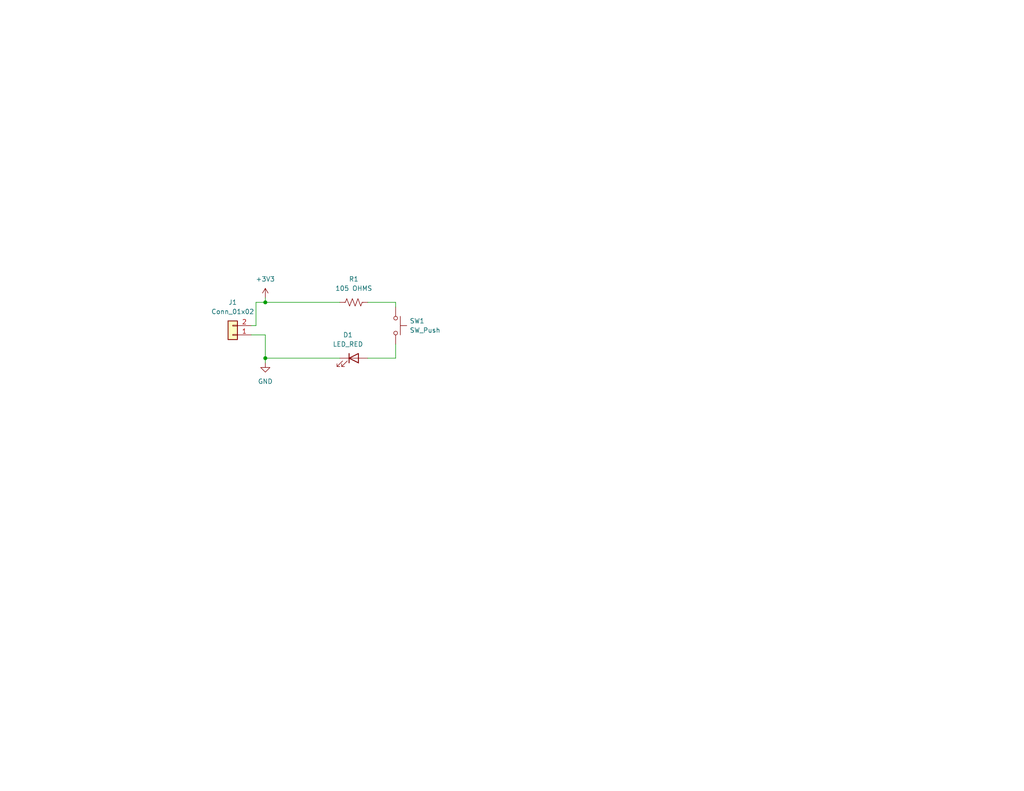
<source format=kicad_sch>
(kicad_sch (version 20231120) (generator "eeschema") (generator_version "8.0")
  (paper "USLetter")
  (title_block (title "LED Project") (date "2025-09-16") (rev "1.0") (company "Illini Solar Car") (comment 1 "Designed By: Maxie Xie"))
  (lib_symbols
    (symbol "Connector_Generic:Conn_01x02" (pin_names (offset 1.016) hide)
      (property "Reference" "J" (at 0 2.54 0))
      (property "Value" "Conn_01x02" (at 0 -5.08 0))
      (symbol "Conn_01x02_1_1"
        (rectangle (start -1.27 -2.413) (end 0 -2.667) (stroke (width 0.1524)))
        (rectangle (start -1.27 0.127) (end 0 -0.127) (stroke (width 0.1524)))
        (rectangle (start -1.27 1.27) (end 1.27 -3.81) (stroke (width 0.254)) (fill (type background)))
        (pin passive line (at -5.08 0 0) (length 3.81) (name "Pin_1") (number "1"))
        (pin passive line (at -5.08 -2.54 0) (length 3.81) (name "Pin_2") (number "2"))
      )
    )
    (symbol "Device:LED" (pin_numbers hide) (pin_names (offset 1.016) hide)
      (property "Reference" "D" (at 0 2.54 0))
      (property "Value" "LED" (at 0 -2.54 0))
      (symbol "LED_0_1"
        (polyline (pts (xy -1.27 -1.27) (xy -1.27 1.27)) (stroke (width 0.254)))
        (polyline (pts (xy -1.27 0) (xy 1.27 0)))
        (polyline (pts (xy 1.27 -1.27) (xy 1.27 1.27) (xy -1.27 0) (xy 1.27 -1.27)) (stroke (width 0.254)))
        (polyline (pts (xy -3.048 -0.762) (xy -4.572 -2.286) (xy -3.81 -2.286) (xy -4.572 -2.286) (xy -4.572 -1.524)))
        (polyline (pts (xy -1.778 -0.762) (xy -3.302 -2.286) (xy -2.54 -2.286) (xy -3.302 -2.286) (xy -3.302 -1.524)))
      )
      (symbol "LED_1_1"
        (pin passive line (at -3.81 0 0) (length 2.54) (name "K") (number "1"))
        (pin passive line (at 3.81 0 180) (length 2.54) (name "A") (number "2"))
      )
    )
    (symbol "Device:R_US" (pin_numbers hide) (pin_names (offset 0))
      (property "Reference" "R" (at 2.54 0 90))
      (property "Value" "R_US" (at -2.54 0 90))
      (symbol "R_US_0_1"
        (polyline (pts (xy 0 -2.286) (xy 0 -2.54)))
        (polyline (pts (xy 0 2.286) (xy 0 2.54)))
        (polyline (pts (xy 0 -0.762) (xy 1.016 -1.143) (xy 0 -1.524) (xy -1.016 -1.905) (xy 0 -2.286)))
        (polyline (pts (xy 0 0.762) (xy 1.016 0.381) (xy 0 0) (xy -1.016 -0.381) (xy 0 -0.762)))
        (polyline (pts (xy 0 2.286) (xy 1.016 1.905) (xy 0 1.524) (xy -1.016 1.143) (xy 0 0.762)))
      )
      (symbol "R_US_1_1"
        (pin passive line (at 0 3.81 270) (length 1.27) (name "~") (number "1"))
        (pin passive line (at 0 -3.81 90) (length 1.27) (name "~") (number "2"))
      )
    )
    (symbol "Switch:SW_Push" (pin_numbers hide) (pin_names (offset 1.016) hide)
      (property "Reference" "SW" (at 1.27 2.54 0))
      (property "Value" "SW_Push" (at 0 -1.524 0))
      (symbol "SW_Push_0_1"
        (circle (center -2.032 0) (radius 0.508))
        (polyline (pts (xy 0 1.27) (xy 0 3.048)))
        (polyline (pts (xy 2.54 1.27) (xy -2.54 1.27)))
        (circle (center 2.032 0) (radius 0.508))
        (pin passive line (at -5.08 0 0) (length 2.54) (name "1") (number "1"))
        (pin passive line (at 5.08 0 180) (length 2.54) (name "2") (number "2"))
      )
    )
    (symbol "power:+3V3" (power) (pin_names (offset 0))
      (property "Value" "+3V3" (at 0 3.556 0))
      (symbol "+3V3_0_1"
        (polyline (pts (xy -0.762 1.27) (xy 0 2.54)))
        (polyline (pts (xy 0 0) (xy 0 2.54)))
        (polyline (pts (xy 0 2.54) (xy 0.762 1.27)))
      )
      (symbol "+3V3_1_1"
        (pin power_in line (at 0 0 90) (length 0) hide (name "+3V3") (number "1"))
      )
    )
    (symbol "power:GND" (power) (pin_names (offset 0))
      (property "Value" "GND" (at 0 -3.81 0))
      (symbol "GND_0_1"
        (polyline (pts (xy 0 0) (xy 0 -1.27) (xy 1.27 -1.27) (xy 0 -2.54) (xy -1.27 -1.27) (xy 0 -1.27)))
      )
      (symbol "GND_1_1"
        (pin power_in line (at 0 0 270) (length 0) hide (name "GND") (number "1"))
      )
    )
  )
  (junction (at 72.39 82.55))
  (junction (at 72.39 97.79))
  (wire (pts (xy 107.95 82.55) (xy 107.95 83.82)))
  (wire (pts (xy 72.39 97.79) (xy 92.71 97.79)))
  (wire (pts (xy 69.85 88.9) (xy 69.85 82.55)))
  (wire (pts (xy 68.58 91.44) (xy 72.39 91.44)))
  (wire (pts (xy 72.39 82.55) (xy 92.71 82.55)))
  (wire (pts (xy 68.58 88.9) (xy 69.85 88.9)))
  (wire (pts (xy 72.39 81.28) (xy 72.39 82.55)))
  (wire (pts (xy 107.95 97.79) (xy 100.33 97.79)))
  (wire (pts (xy 72.39 97.79) (xy 72.39 99.06)))
  (wire (pts (xy 107.95 93.98) (xy 107.95 97.79)))
  (wire (pts (xy 100.33 82.55) (xy 107.95 82.55)))
  (wire (pts (xy 69.85 82.55) (xy 72.39 82.55)))
  (wire (pts (xy 72.39 91.44) (xy 72.39 97.79)))
  (symbol (lib_id "Device:R_US") (at 96.52 82.55 90) (unit 1)
    (property "Reference" "R1" (at 96.52 76.2 90))
    (property "Value" "105 OHMS" (at 96.52 78.74 90))
    (property "Footprint" "Resistor_SMD:R_0603_1608Metric_Pad0.98x0.95mm_HandSolder" (effects (hide yes)))
    (property "Description" "Resistor, US symbol" (effects (hide yes)))
  )
  (symbol (lib_id "Device:LED") (at 96.52 97.79 0) (unit 1)
    (property "Reference" "D1" (at 94.9325 91.44 0))
    (property "Value" "LED_RED" (at 94.9325 93.98 0))
    (property "Footprint" "layout:LED_0603_Symbol_on_F.SilkS" (effects (hide yes)))
    (property "Description" "Light emitting diode" (effects (hide yes)))
  )
  (symbol (lib_id "Connector_Generic:Conn_01x02") (at 63.5 91.44 180) (unit 1)
    (property "Reference" "J1" (at 63.5 82.55 0))
    (property "Value" "Conn_01x02" (at 63.5 85.09 0))
    (property "Footprint" "Connector_Molex:Molex_KK-254_AE-6410-02A_1x02_P2.54mm_Vertical" (effects (hide yes)))
    (property "Description" "Generic connector, single row, 01x02, script generated (kicad-library-utils/schlib/autogen/connector/)" (effects (hide yes)))
  )
  (symbol (lib_id "power:+3V3") (at 72.39 81.28 0) (unit 1)
    (property "Reference" "#PWR1" (effects (hide yes)))
    (property "Value" "+3V3" (at 72.39 76.2 0))
    (property "Description" "Power symbol creates a global label with name \"+3V3\"" (effects (hide yes)))
  )
  (symbol (lib_id "Switch:SW_Push") (at 107.95 88.9 270) (unit 1)
    (property "Reference" "SW1" (at 111.76 87.6299 90) (effects (justify left)))
    (property "Value" "SW_Push" (at 111.76 90.1699 90) (effects (justify left)))
    (property "Footprint" "Button_Switch_SMD:SW_DIP_SPSTx01_Slide_6.7x4.1mm_W8.61mm_P2.54mm_LowProfile" (effects (hide yes)))
    (property "Description" "Push button switch, generic, two pins" (effects (hide yes)))
  )
  (symbol (lib_id "power:GND") (at 72.39 99.06 0) (unit 1)
    (property "Reference" "#PWR2" (effects (hide yes)))
    (property "Value" "GND" (at 72.39 104.14 0))
    (property "Description" "Power symbol creates a global label with name \"GND\" , ground" (effects (hide yes)))
  )
)
</source>
